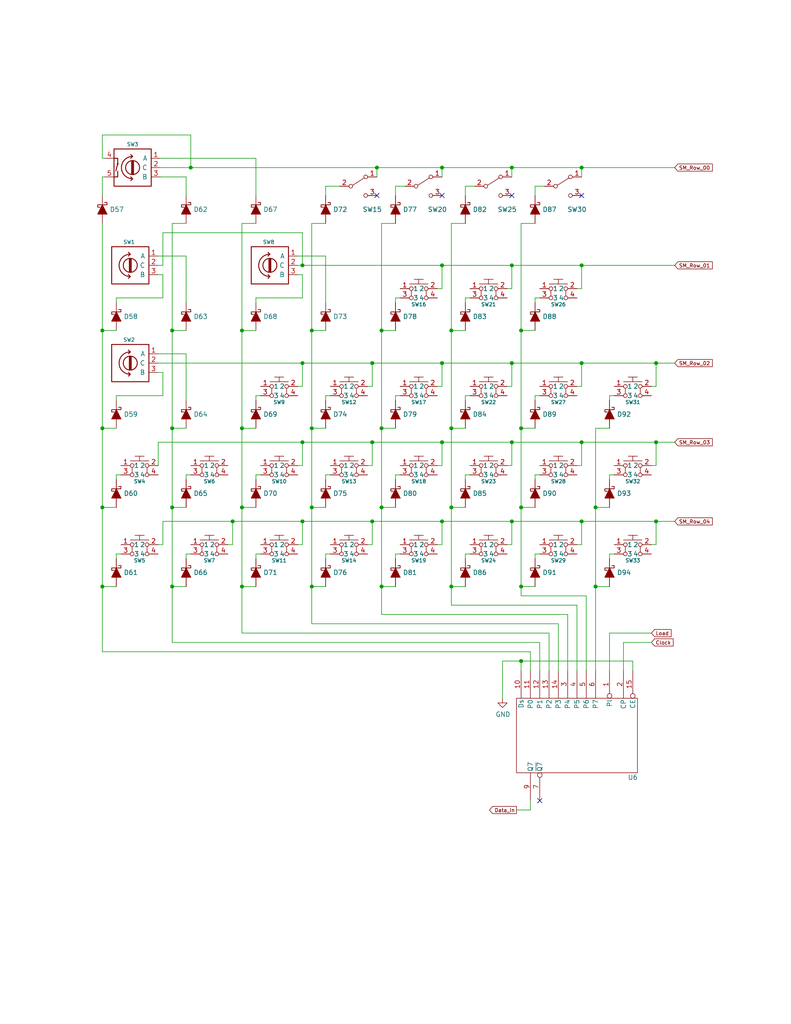
<source format=kicad_sch>
(kicad_sch (version 20211123) (generator eeschema)
  (paper "USLetter" portrait)
  (title_block (title "Drum Machine") (date "2018-06-15") (rev "V00") (company "Prototype Engineering Studio LLC"))
  (lib_symbols
    (symbol "Drum_Machine_V00-rescue:74LS165-74xx" (pin_names (offset 0.254))
      (property "Reference" "U" (at 3.81 -1.27 0))
      (property "Value" "74LS165-74xx" (at 3.81 -6.35 0))
      (symbol "74LS165-74xx_0_0"
        (pin power_in line (at -7.62 16.51 90) (length 0) hide (name "VCC") (number "16"))
        (pin power_in line (at -7.62 -16.51 90) (length 0) hide (name "GND") (number "8"))
      )
      (symbol "74LS165-74xx_0_1"
        (rectangle (start -10.16 16.51) (end 10.16 -16.51))
      )
      (symbol "74LS165-74xx_1_1"
        (pin input inverted (at -17.78 -8.89 0) (length 7.62) (name "Pl") (number "1"))
        (pin input line (at -17.78 15.24 0) (length 7.62) (name "Ds") (number "10"))
        (pin input line (at -17.78 12.7 0) (length 7.62) (name "P0") (number "11"))
        (pin input line (at -17.78 10.16 0) (length 7.62) (name "P1") (number "12"))
        (pin input line (at -17.78 7.62 0) (length 7.62) (name "P2") (number "13"))
        (pin input line (at -17.78 5.08 0) (length 7.62) (name "P3") (number "14"))
        (pin input inverted (at -17.78 -15.24 0) (length 7.62) (name "CE") (number "15"))
        (pin input line (at -17.78 -12.7 0) (length 7.62) (name "CP") (number "2"))
        (pin input line (at -17.78 2.54 0) (length 7.62) (name "P4") (number "3"))
        (pin input line (at -17.78 0 0) (length 7.62) (name "P5") (number "4"))
        (pin input line (at -17.78 -2.54 0) (length 7.62) (name "P6") (number "5"))
        (pin input line (at -17.78 -5.08 0) (length 7.62) (name "P7") (number "6"))
        (pin output inverted (at 17.78 10.16 180) (length 7.62) (name "~{Q7}") (number "7"))
        (pin output line (at 17.78 12.7 180) (length 7.62) (name "Q7") (number "9"))
      )
    )
    (symbol "Drum_Machine_V00-rescue:D_Schottky_ALT-device" (pin_numbers hide) (pin_names (offset 1.016) hide)
      (property "Reference" "D" (at 0 2.54 0))
      (property "Value" "D_Schottky_ALT-device" (at 0 -2.54 0))
      (symbol "D_Schottky_ALT-device_0_1"
        (polyline (pts (xy 1.27 0) (xy -1.27 0)))
        (polyline (pts (xy 1.27 1.27) (xy 1.27 -1.27) (xy -1.27 0) (xy 1.27 1.27)) (stroke (width 0.2032)) (fill (type outline)))
        (polyline (pts (xy -1.905 0.635) (xy -1.905 1.27) (xy -1.27 1.27) (xy -1.27 -1.27) (xy -0.635 -1.27) (xy -0.635 -0.635)) (stroke (width 0.2032)))
      )
      (symbol "D_Schottky_ALT-device_1_1"
        (pin passive line (at -3.81 0 0) (length 2.54) (name "K") (number "1"))
        (pin passive line (at 3.81 0 180) (length 2.54) (name "A") (number "2"))
      )
    )
    (symbol "Drum_Machine_V00-rescue:Rotary_Encoder-Drum_Machine_V01" (pin_names (offset 1.016))
      (property "Reference" "SW" (at 0 6.35 0))
      (property "Value" "Rotary_Encoder-Drum_Machine_V01" (at 0 -7.62 0))
      (symbol "Rotary_Encoder-Drum_Machine_V01_1_1"
        (rectangle (start -5.08 5.08) (end 5.08 -5.08) (stroke (width 0.254)))
        (arc (start 0 -3.048) (mid 3.048 0) (end 0 3.048) (stroke (width 0.254)))
        (polyline (pts (xy -0.254 -1.778) (xy -0.254 1.778)) (stroke (width 0.254)))
        (polyline (pts (xy 0 -3.048) (xy 0.508 -3.556)) (stroke (width 0.254)))
        (polyline (pts (xy 0 -3.048) (xy 0.508 -2.54)) (stroke (width 0.254)))
        (polyline (pts (xy 0 -1.778) (xy 0 1.778)) (stroke (width 0.254)))
        (polyline (pts (xy 0 3.048) (xy 0.508 2.54)) (stroke (width 0.254)))
        (polyline (pts (xy 0.254 1.778) (xy 0.254 -1.778)) (stroke (width 0.254)))
        (polyline (pts (xy 0.508 3.556) (xy 0 3.048)) (stroke (width 0.254)))
        (circle (center 0 0) (radius 1.905) (stroke (width 0.254)))
        (pin input line (at -7.62 2.54 0) (length 2.54) (name "A") (number "1"))
        (pin input line (at -7.62 0 0) (length 2.54) (name "C") (number "2"))
        (pin input line (at -7.62 -2.54 0) (length 2.54) (name "B") (number "3"))
      )
    )
    (symbol "Drum_Machine_V00-rescue:Rotary_Encoder_Switch-Drum_Machine_V01" (pin_names (offset 1.016))
      (property "Reference" "SW" (at 0 7.62 0))
      (property "Value" "Rotary_Encoder_Switch-Drum_Machine_V01" (at 0 -7.62 0))
      (symbol "Rotary_Encoder_Switch-Drum_Machine_V01_1_1"
        (rectangle (start -5.08 5.08) (end 5.08 -5.08) (stroke (width 0.254)))
        (arc (start 0 -3.048) (mid 3.048 0) (end 0 3.048) (stroke (width 0.254)))
        (polyline (pts (xy -0.254 -1.778) (xy -0.254 1.778)) (stroke (width 0.254)))
        (polyline (pts (xy 0 -3.048) (xy 0.508 -3.556)) (stroke (width 0.254)))
        (polyline (pts (xy 0 -3.048) (xy 0.508 -2.54)) (stroke (width 0.254)))
        (polyline (pts (xy 0 -1.778) (xy 0 1.778)) (stroke (width 0.254)))
        (polyline (pts (xy 0 3.048) (xy 0.508 2.54)) (stroke (width 0.254)))
        (polyline (pts (xy 0.254 1.778) (xy 0.254 -1.778)) (stroke (width 0.254)))
        (polyline (pts (xy 0.508 3.556) (xy 0 3.048)) (stroke (width 0.254)))
        (polyline (pts (xy 4.064 1.016) (xy 4.572 -0.889)) (stroke (width 0.254)))
        (polyline (pts (xy 5.08 -2.54) (xy 4.064 -2.54) (xy 4.064 -1.016)) (stroke (width 0.254)))
        (polyline (pts (xy 5.08 2.54) (xy 4.064 2.54) (xy 4.064 1.016)) (stroke (width 0.254)))
        (circle (center 0 0) (radius 1.905) (stroke (width 0.254)))
        (circle (center 4.064 1.016) (radius 0.127) (stroke (width 0.254)))
        (pin input line (at -7.62 2.54 0) (length 2.54) (name "A") (number "1"))
        (pin input line (at -7.62 0 0) (length 2.54) (name "C") (number "2"))
        (pin input line (at -7.62 -2.54 0) (length 2.54) (name "B") (number "3"))
        (pin input line (at 7.62 2.54 180) (length 2.54) (name "~") (number "4"))
        (pin input line (at 7.62 -2.54 180) (length 2.54) (name "~") (number "5"))
      )
    )
    (symbol "Drum_Machine_V00-rescue:SW_SPDT-switches" (pin_names (offset 0) hide)
      (property "Reference" "SW" (at 0 4.318 0))
      (property "Value" "SW_SPDT-switches" (at 0 -5.08 0))
      (symbol "SW_SPDT-switches_0_0"
        (circle (center -2.032 0) (radius 0.508))
        (circle (center 2.032 -2.54) (radius 0.508))
      )
      (symbol "SW_SPDT-switches_0_1"
        (polyline (pts (xy -1.524 0.254) (xy 1.651 2.286)))
        (circle (center 2.032 2.54) (radius 0.508))
      )
      (symbol "SW_SPDT-switches_1_1"
        (pin passive line (at 5.08 2.54 180) (length 2.54) (name "A") (number "1"))
        (pin passive line (at -5.08 0 0) (length 2.54) (name "B") (number "2"))
        (pin passive line (at 5.08 -2.54 180) (length 2.54) (name "C") (number "3"))
      )
    )
    (symbol "Drum_Machine_V00-rescue:S_Tac-Drum_Machine_V01" (pin_names (offset 1.016))
      (property "Reference" "SW" (at 0 5.08 0))
      (property "Value" "S_Tac-Drum_Machine_V01" (at 0 -3.81 0))
      (symbol "S_Tac-Drum_Machine_V01_0_1"
        (polyline (pts (xy -2.032 0.762) (xy -2.032 -0.762)) (stroke (width 0.1524)))
        (polyline (pts (xy -1.27 3.81) (xy 1.27 3.81)) (stroke (width 0.1524)))
        (polyline (pts (xy 0 2.54) (xy 0 3.81)) (stroke (width 0.1524)))
        (polyline (pts (xy 2.032 0.762) (xy 2.032 -0.762)) (stroke (width 0.1524)))
      )
      (symbol "S_Tac-Drum_Machine_V01_1_1"
        (circle (center -2.032 -1.27) (radius 0.508))
        (circle (center -2.032 1.27) (radius 0.508))
        (polyline (pts (xy 2.54 2.54) (xy -2.54 2.54)))
        (circle (center 2.032 -1.27) (radius 0.508))
        (circle (center 2.032 1.27) (radius 0.508))
        (pin passive line (at -5.08 1.27 0) (length 2.54) (name "1") (number "1"))
        (pin passive line (at 5.08 1.27 180) (length 2.54) (name "2") (number "2"))
        (pin passive line (at -5.08 -1.27 0) (length 2.54) (name "3") (number "3"))
        (pin passive line (at 5.08 -1.27 180) (length 2.54) (name "4") (number "4"))
      )
    )
    (symbol "power:GND" (power) (pin_names (offset 0))
      (property "Value" "GND" (at 0 -3.81 0))
      (symbol "GND_0_1"
        (polyline (pts (xy 0 0) (xy 0 -1.27) (xy 1.27 -1.27) (xy 0 -2.54) (xy -1.27 -1.27) (xy 0 -1.27)))
      )
      (symbol "GND_1_1"
        (pin power_in line (at 0 0 270) (length 0) hide (name "GND") (number "1"))
      )
    )
  )
  (junction (at 104.14 160.02))
  (junction (at 66.04 160.02))
  (junction (at 85.09 90.17))
  (junction (at 82.55 99.06))
  (junction (at 179.07 99.06))
  (junction (at 102.87 45.72))
  (junction (at 123.19 138.43))
  (junction (at 158.75 45.72))
  (junction (at 162.56 138.43))
  (junction (at 63.5 142.24))
  (junction (at 27.94 160.02))
  (junction (at 123.19 160.02))
  (junction (at 120.65 45.72))
  (junction (at 123.19 90.17))
  (junction (at 85.09 160.02))
  (junction (at 139.7 45.72))
  (junction (at 158.75 72.39))
  (junction (at 101.6 120.65))
  (junction (at 139.7 72.39))
  (junction (at 120.65 142.24))
  (junction (at 158.75 142.24))
  (junction (at 120.65 99.06))
  (junction (at 139.7 99.06))
  (junction (at 142.24 138.43))
  (junction (at 85.09 116.84))
  (junction (at 46.99 138.43))
  (junction (at 162.56 160.02))
  (junction (at 66.04 138.43))
  (junction (at 27.94 90.17))
  (junction (at 82.55 120.65))
  (junction (at 142.24 160.02))
  (junction (at 179.07 120.65))
  (junction (at 123.19 116.84))
  (junction (at 104.14 116.84))
  (junction (at 46.99 116.84))
  (junction (at 139.7 120.65))
  (junction (at 142.24 90.17))
  (junction (at 46.99 90.17))
  (junction (at 85.09 138.43))
  (junction (at 158.75 120.65))
  (junction (at 179.07 142.24))
  (junction (at 82.55 142.24))
  (junction (at 27.94 116.84))
  (junction (at 46.99 160.02))
  (junction (at 82.55 72.39))
  (junction (at 142.24 180.34))
  (junction (at 27.94 138.43))
  (junction (at 120.65 72.39))
  (junction (at 101.6 142.24))
  (junction (at 120.65 120.65))
  (junction (at 142.24 116.84))
  (junction (at 101.6 99.06))
  (junction (at 66.04 90.17))
  (junction (at 158.75 99.06))
  (junction (at 52.07 45.72))
  (junction (at 104.14 138.43))
  (junction (at 139.7 142.24))
  (junction (at 66.04 116.84))
  (junction (at 104.14 90.17))
  (no_connect (at 139.7 53.34))
  (no_connect (at 158.75 53.34))
  (no_connect (at 120.65 53.34))
  (no_connect (at 102.87 53.34))
  (no_connect (at 147.32 218.44))
  (wire (pts (xy 82.55 142.24) (xy 101.6 142.24)))
  (wire (pts (xy 43.18 148.59) (xy 44.45 148.59)))
  (wire (pts (xy 44.45 81.28) (xy 31.75 81.28)))
  (wire (pts (xy 158.75 45.72) (xy 184.15 45.72)))
  (wire (pts (xy 52.07 45.72) (xy 102.87 45.72)))
  (wire (pts (xy 63.5 148.59) (xy 63.5 142.24)))
  (wire (pts (xy 158.75 78.74) (xy 158.75 72.39)))
  (wire (pts (xy 43.18 120.65) (xy 82.55 120.65)))
  (wire (pts (xy 82.55 72.39) (xy 120.65 72.39)))
  (wire (pts (xy 107.95 160.02) (xy 104.14 160.02)))
  (wire (pts (xy 44.45 63.5) (xy 82.55 63.5)))
  (wire (pts (xy 139.7 105.41) (xy 139.7 99.06)))
  (wire (pts (xy 139.7 45.72) (xy 139.7 48.26)))
  (wire (pts (xy 104.14 116.84) (xy 104.14 138.43)))
  (wire (pts (xy 62.23 148.59) (xy 63.5 148.59)))
  (wire (pts (xy 138.43 148.59) (xy 139.7 148.59)))
  (wire (pts (xy 66.04 60.96) (xy 66.04 90.17)))
  (wire (pts (xy 154.94 167.64) (xy 104.14 167.64)))
  (wire (pts (xy 166.37 160.02) (xy 162.56 160.02)))
  (wire (pts (xy 157.48 105.41) (xy 158.75 105.41)))
  (wire (pts (xy 120.65 105.41) (xy 120.65 99.06)))
  (wire (pts (xy 167.64 107.95) (xy 166.37 107.95)))
  (wire (pts (xy 129.54 50.8) (xy 127 50.8)))
  (wire (pts (xy 147.32 81.28) (xy 146.05 81.28)))
  (wire (pts (xy 31.75 138.43) (xy 27.94 138.43)))
  (wire (pts (xy 138.43 127) (xy 139.7 127)))
  (wire (pts (xy 107.95 107.95) (xy 107.95 109.22)))
  (wire (pts (xy 144.78 177.8) (xy 144.78 182.88)))
  (wire (pts (xy 31.75 90.17) (xy 27.94 90.17)))
  (wire (pts (xy 69.85 43.18) (xy 69.85 53.34)))
  (wire (pts (xy 104.14 160.02) (xy 104.14 167.64)))
  (wire (pts (xy 52.07 45.72) (xy 52.07 36.83)))
  (wire (pts (xy 81.28 69.85) (xy 88.9 69.85)))
  (wire (pts (xy 50.8 60.96) (xy 46.99 60.96)))
  (wire (pts (xy 146.05 129.54) (xy 146.05 130.81)))
  (wire (pts (xy 139.7 120.65) (xy 158.75 120.65)))
  (wire (pts (xy 162.56 138.43) (xy 162.56 160.02)))
  (wire (pts (xy 139.7 45.72) (xy 158.75 45.72)))
  (wire (pts (xy 158.75 45.72) (xy 158.75 48.26)))
  (wire (pts (xy 120.65 99.06) (xy 139.7 99.06)))
  (wire (pts (xy 90.17 107.95) (xy 88.9 107.95)))
  (wire (pts (xy 152.4 170.18) (xy 152.4 182.88)))
  (wire (pts (xy 120.65 127) (xy 120.65 120.65)))
  (wire (pts (xy 71.12 129.54) (xy 69.85 129.54)))
  (wire (pts (xy 107.95 129.54) (xy 107.95 130.81)))
  (wire (pts (xy 101.6 127) (xy 101.6 120.65)))
  (wire (pts (xy 119.38 148.59) (xy 120.65 148.59)))
  (wire (pts (xy 172.72 182.88) (xy 172.72 180.34)))
  (wire (pts (xy 177.8 172.72) (xy 166.37 172.72)))
  (wire (pts (xy 31.75 151.13) (xy 31.75 152.4)))
  (wire (pts (xy 142.24 60.96) (xy 146.05 60.96)))
  (wire (pts (xy 82.55 74.93) (xy 81.28 74.93)))
  (wire (pts (xy 127 138.43) (xy 123.19 138.43)))
  (wire (pts (xy 66.04 160.02) (xy 66.04 172.72)))
  (wire (pts (xy 82.55 81.28) (xy 82.55 74.93)))
  (wire (pts (xy 27.94 43.18) (xy 27.94 36.83)))
  (wire (pts (xy 162.56 116.84) (xy 162.56 138.43)))
  (wire (pts (xy 46.99 116.84) (xy 46.99 138.43)))
  (wire (pts (xy 81.28 72.39) (xy 82.55 72.39)))
  (wire (pts (xy 27.94 138.43) (xy 27.94 160.02)))
  (wire (pts (xy 142.24 90.17) (xy 142.24 116.84)))
  (wire (pts (xy 104.14 138.43) (xy 104.14 160.02)))
  (wire (pts (xy 123.19 138.43) (xy 123.19 160.02)))
  (wire (pts (xy 123.19 60.96) (xy 123.19 90.17)))
  (wire (pts (xy 31.75 81.28) (xy 31.75 82.55)))
  (wire (pts (xy 158.75 142.24) (xy 179.07 142.24)))
  (wire (pts (xy 82.55 105.41) (xy 82.55 99.06)))
  (wire (pts (xy 69.85 138.43) (xy 66.04 138.43)))
  (wire (pts (xy 138.43 78.74) (xy 139.7 78.74)))
  (wire (pts (xy 69.85 82.55) (xy 69.85 81.28)))
  (wire (pts (xy 27.94 48.26) (xy 28.575 48.26)))
  (wire (pts (xy 88.9 160.02) (xy 85.09 160.02)))
  (wire (pts (xy 100.33 127) (xy 101.6 127)))
  (wire (pts (xy 27.94 53.34) (xy 27.94 48.26)))
  (wire (pts (xy 158.75 120.65) (xy 179.07 120.65)))
  (wire (pts (xy 43.815 48.26) (xy 50.8 48.26)))
  (wire (pts (xy 158.75 127) (xy 158.75 120.65)))
  (wire (pts (xy 137.16 180.34) (xy 137.16 190.5)))
  (wire (pts (xy 69.85 129.54) (xy 69.85 130.81)))
  (wire (pts (xy 101.6 142.24) (xy 120.65 142.24)))
  (wire (pts (xy 157.48 165.1) (xy 123.19 165.1)))
  (wire (pts (xy 43.815 45.72) (xy 52.07 45.72)))
  (wire (pts (xy 46.99 90.17) (xy 46.99 116.84)))
  (wire (pts (xy 88.9 69.85) (xy 88.9 82.55)))
  (wire (pts (xy 71.12 151.13) (xy 69.85 151.13)))
  (wire (pts (xy 101.6 105.41) (xy 101.6 99.06)))
  (wire (pts (xy 127 81.28) (xy 127 82.55)))
  (wire (pts (xy 179.07 105.41) (xy 179.07 99.06)))
  (wire (pts (xy 107.95 116.84) (xy 104.14 116.84)))
  (wire (pts (xy 142.24 162.56) (xy 160.02 162.56)))
  (wire (pts (xy 179.07 120.65) (xy 184.15 120.65)))
  (wire (pts (xy 147.32 175.26) (xy 147.32 182.88)))
  (wire (pts (xy 27.94 60.96) (xy 27.94 90.17)))
  (wire (pts (xy 33.02 129.54) (xy 31.75 129.54)))
  (wire (pts (xy 50.8 160.02) (xy 46.99 160.02)))
  (wire (pts (xy 71.12 107.95) (xy 69.85 107.95)))
  (wire (pts (xy 119.38 105.41) (xy 120.65 105.41)))
  (wire (pts (xy 43.18 69.85) (xy 50.8 69.85)))
  (wire (pts (xy 82.55 120.65) (xy 101.6 120.65)))
  (wire (pts (xy 123.19 160.02) (xy 123.19 165.1)))
  (wire (pts (xy 177.8 127) (xy 179.07 127)))
  (wire (pts (xy 146.05 81.28) (xy 146.05 82.55)))
  (wire (pts (xy 31.75 116.84) (xy 27.94 116.84)))
  (wire (pts (xy 85.09 90.17) (xy 85.09 116.84)))
  (wire (pts (xy 139.7 127) (xy 139.7 120.65)))
  (wire (pts (xy 90.17 129.54) (xy 88.9 129.54)))
  (wire (pts (xy 100.33 148.59) (xy 101.6 148.59)))
  (wire (pts (xy 142.24 160.02) (xy 142.24 162.56)))
  (wire (pts (xy 179.07 127) (xy 179.07 120.65)))
  (wire (pts (xy 82.55 127) (xy 82.55 120.65)))
  (wire (pts (xy 158.75 99.06) (xy 179.07 99.06)))
  (wire (pts (xy 110.49 50.8) (xy 107.95 50.8)))
  (wire (pts (xy 139.7 72.39) (xy 158.75 72.39)))
  (wire (pts (xy 127 151.13) (xy 127 152.4)))
  (wire (pts (xy 166.37 107.95) (xy 166.37 109.22)))
  (wire (pts (xy 146.05 151.13) (xy 146.05 152.4)))
  (wire (pts (xy 27.94 116.84) (xy 27.94 138.43)))
  (wire (pts (xy 66.04 138.43) (xy 66.04 160.02)))
  (wire (pts (xy 63.5 142.24) (xy 82.55 142.24)))
  (wire (pts (xy 31.75 129.54) (xy 31.75 130.81)))
  (wire (pts (xy 127 107.95) (xy 127 109.22)))
  (wire (pts (xy 50.8 129.54) (xy 50.8 130.81)))
  (wire (pts (xy 27.94 90.17) (xy 27.94 116.84)))
  (wire (pts (xy 69.85 160.02) (xy 66.04 160.02)))
  (wire (pts (xy 44.45 101.6) (xy 43.18 101.6)))
  (wire (pts (xy 43.18 74.93) (xy 44.45 74.93)))
  (wire (pts (xy 50.8 96.52) (xy 50.8 109.22)))
  (wire (pts (xy 109.22 107.95) (xy 107.95 107.95)))
  (wire (pts (xy 109.22 151.13) (xy 107.95 151.13)))
  (wire (pts (xy 146.05 90.17) (xy 142.24 90.17)))
  (wire (pts (xy 139.7 99.06) (xy 158.75 99.06)))
  (wire (pts (xy 107.95 138.43) (xy 104.14 138.43)))
  (wire (pts (xy 104.14 60.96) (xy 104.14 90.17)))
  (wire (pts (xy 46.99 60.96) (xy 46.99 90.17)))
  (wire (pts (xy 81.28 148.59) (xy 82.55 148.59)))
  (wire (pts (xy 179.07 99.06) (xy 184.15 99.06)))
  (wire (pts (xy 31.75 109.22) (xy 31.75 107.95)))
  (wire (pts (xy 82.55 99.06) (xy 101.6 99.06)))
  (wire (pts (xy 88.9 107.95) (xy 88.9 109.22)))
  (wire (pts (xy 158.75 105.41) (xy 158.75 99.06)))
  (wire (pts (xy 44.45 148.59) (xy 44.45 142.24)))
  (wire (pts (xy 147.32 107.95) (xy 146.05 107.95)))
  (wire (pts (xy 120.65 45.72) (xy 120.65 48.26)))
  (wire (pts (xy 31.75 107.95) (xy 44.45 107.95)))
  (wire (pts (xy 85.09 138.43) (xy 85.09 160.02)))
  (wire (pts (xy 162.56 160.02) (xy 162.56 182.88)))
  (wire (pts (xy 81.28 105.41) (xy 82.55 105.41)))
  (wire (pts (xy 146.05 116.84) (xy 142.24 116.84)))
  (wire (pts (xy 50.8 151.13) (xy 50.8 152.4)))
  (wire (pts (xy 88.9 50.8) (xy 88.9 53.34)))
  (wire (pts (xy 166.37 138.43) (xy 162.56 138.43)))
  (wire (pts (xy 104.14 60.96) (xy 107.95 60.96)))
  (wire (pts (xy 107.95 151.13) (xy 107.95 152.4)))
  (wire (pts (xy 139.7 148.59) (xy 139.7 142.24)))
  (wire (pts (xy 179.07 148.59) (xy 179.07 142.24)))
  (wire (pts (xy 167.64 129.54) (xy 166.37 129.54)))
  (wire (pts (xy 69.85 90.17) (xy 66.04 90.17)))
  (wire (pts (xy 144.78 220.98) (xy 140.97 220.98)))
  (wire (pts (xy 44.45 74.93) (xy 44.45 81.28)))
  (wire (pts (xy 107.95 81.28) (xy 107.95 82.55)))
  (wire (pts (xy 177.8 148.59) (xy 179.07 148.59)))
  (wire (pts (xy 88.9 138.43) (xy 85.09 138.43)))
  (wire (pts (xy 128.27 129.54) (xy 127 129.54)))
  (wire (pts (xy 85.09 60.96) (xy 85.09 90.17)))
  (wire (pts (xy 120.65 120.65) (xy 139.7 120.65)))
  (wire (pts (xy 107.95 90.17) (xy 104.14 90.17)))
  (wire (pts (xy 142.24 116.84) (xy 142.24 138.43)))
  (wire (pts (xy 50.8 90.17) (xy 46.99 90.17)))
  (wire (pts (xy 142.24 138.43) (xy 142.24 160.02)))
  (wire (pts (xy 92.71 50.8) (xy 88.9 50.8)))
  (wire (pts (xy 101.6 148.59) (xy 101.6 142.24)))
  (wire (pts (xy 28.575 43.18) (xy 27.94 43.18)))
  (wire (pts (xy 43.18 127) (xy 43.18 120.65)))
  (wire (pts (xy 139.7 78.74) (xy 139.7 72.39)))
  (wire (pts (xy 166.37 172.72) (xy 166.37 182.88)))
  (wire (pts (xy 127 90.17) (xy 123.19 90.17)))
  (wire (pts (xy 179.07 142.24) (xy 184.15 142.24)))
  (wire (pts (xy 102.87 45.72) (xy 120.65 45.72)))
  (wire (pts (xy 109.22 129.54) (xy 107.95 129.54)))
  (wire (pts (xy 88.9 129.54) (xy 88.9 130.81)))
  (wire (pts (xy 146.05 50.8) (xy 146.05 53.34)))
  (wire (pts (xy 148.59 50.8) (xy 146.05 50.8)))
  (wire (pts (xy 69.85 81.28) (xy 82.55 81.28)))
  (wire (pts (xy 170.18 175.26) (xy 170.18 182.88)))
  (wire (pts (xy 120.65 148.59) (xy 120.65 142.24)))
  (wire (pts (xy 166.37 151.13) (xy 166.37 152.4)))
  (wire (pts (xy 119.38 127) (xy 120.65 127)))
  (wire (pts (xy 139.7 142.24) (xy 158.75 142.24)))
  (wire (pts (xy 69.85 60.96) (xy 66.04 60.96)))
  (wire (pts (xy 127 160.02) (xy 123.19 160.02)))
  (wire (pts (xy 149.86 172.72) (xy 149.86 182.88)))
  (wire (pts (xy 144.78 218.44) (xy 144.78 220.98)))
  (wire (pts (xy 147.32 151.13) (xy 146.05 151.13)))
  (wire (pts (xy 50.8 69.85) (xy 50.8 82.55)))
  (wire (pts (xy 90.17 151.13) (xy 88.9 151.13)))
  (wire (pts (xy 154.94 182.88) (xy 154.94 167.64)))
  (wire (pts (xy 82.55 148.59) (xy 82.55 142.24)))
  (wire (pts (xy 82.55 99.06) (xy 43.18 99.06)))
  (wire (pts (xy 85.09 116.84) (xy 85.09 138.43)))
  (wire (pts (xy 27.94 177.8) (xy 144.78 177.8)))
  (wire (pts (xy 172.72 180.34) (xy 142.24 180.34)))
  (wire (pts (xy 128.27 107.95) (xy 127 107.95)))
  (wire (pts (xy 146.05 160.02) (xy 142.24 160.02)))
  (wire (pts (xy 166.37 116.84) (xy 162.56 116.84)))
  (wire (pts (xy 123.19 116.84) (xy 123.19 138.43)))
  (wire (pts (xy 66.04 116.84) (xy 66.04 138.43)))
  (wire (pts (xy 127 129.54) (xy 127 130.81)))
  (wire (pts (xy 157.48 182.88) (xy 157.48 165.1)))
  (wire (pts (xy 44.45 107.95) (xy 44.45 101.6)))
  (wire (pts (xy 43.815 43.18) (xy 69.85 43.18)))
  (wire (pts (xy 101.6 120.65) (xy 120.65 120.65)))
  (wire (pts (xy 46.99 175.26) (xy 147.32 175.26)))
  (wire (pts (xy 66.04 90.17) (xy 66.04 116.84)))
  (wire (pts (xy 119.38 78.74) (xy 120.65 78.74)))
  (wire (pts (xy 101.6 99.06) (xy 120.65 99.06)))
  (wire (pts (xy 127 116.84) (xy 123.19 116.84)))
  (wire (pts (xy 85.09 160.02) (xy 85.09 170.18)))
  (wire (pts (xy 146.05 107.95) (xy 146.05 109.22)))
  (wire (pts (xy 43.18 72.39) (xy 44.45 72.39)))
  (wire (pts (xy 157.48 148.59) (xy 158.75 148.59)))
  (wire (pts (xy 157.48 127) (xy 158.75 127)))
  (wire (pts (xy 138.43 105.41) (xy 139.7 105.41)))
  (wire (pts (xy 85.09 170.18) (xy 152.4 170.18)))
  (wire (pts (xy 100.33 105.41) (xy 101.6 105.41)))
  (wire (pts (xy 158.75 72.39) (xy 184.15 72.39)))
  (wire (pts (xy 166.37 129.54) (xy 166.37 130.81)))
  (wire (pts (xy 46.99 138.43) (xy 46.99 160.02)))
  (wire (pts (xy 160.02 162.56) (xy 160.02 182.88)))
  (wire (pts (xy 85.09 60.96) (xy 88.9 60.96)))
  (wire (pts (xy 120.65 45.72) (xy 139.7 45.72)))
  (wire (pts (xy 157.48 78.74) (xy 158.75 78.74)))
  (wire (pts (xy 66.04 172.72) (xy 149.86 172.72)))
  (wire (pts (xy 88.9 116.84) (xy 85.09 116.84)))
  (wire (pts (xy 50.8 138.43) (xy 46.99 138.43)))
  (wire (pts (xy 43.18 96.52) (xy 50.8 96.52)))
  (wire (pts (xy 52.07 129.54) (xy 50.8 129.54)))
  (wire (pts (xy 120.65 72.39) (xy 139.7 72.39)))
  (wire (pts (xy 177.8 105.41) (xy 179.07 105.41)))
  (wire (pts (xy 82.55 63.5) (xy 82.55 72.39)))
  (wire (pts (xy 50.8 116.84) (xy 46.99 116.84)))
  (wire (pts (xy 88.9 151.13) (xy 88.9 152.4)))
  (wire (pts (xy 120.65 78.74) (xy 120.65 72.39)))
  (wire (pts (xy 147.32 129.54) (xy 146.05 129.54)))
  (wire (pts (xy 33.02 151.13) (xy 31.75 151.13)))
  (wire (pts (xy 69.85 151.13) (xy 69.85 152.4)))
  (wire (pts (xy 69.85 107.95) (xy 69.85 109.22)))
  (wire (pts (xy 52.07 151.13) (xy 50.8 151.13)))
  (wire (pts (xy 128.27 81.28) (xy 127 81.28)))
  (wire (pts (xy 123.19 90.17) (xy 123.19 116.84)))
  (wire (pts (xy 170.18 175.26) (xy 177.8 175.26)))
  (wire (pts (xy 107.95 50.8) (xy 107.95 53.34)))
  (wire (pts (xy 128.27 151.13) (xy 127 151.13)))
  (wire (pts (xy 69.85 116.84) (xy 66.04 116.84)))
  (wire (pts (xy 142.24 180.34) (xy 137.16 180.34)))
  (wire (pts (xy 158.75 148.59) (xy 158.75 142.24)))
  (wire (pts (xy 50.8 48.26) (xy 50.8 53.34)))
  (wire (pts (xy 142.24 60.96) (xy 142.24 90.17)))
  (wire (pts (xy 44.45 142.24) (xy 63.5 142.24)))
  (wire (pts (xy 102.87 45.72) (xy 102.87 48.26)))
  (wire (pts (xy 104.14 90.17) (xy 104.14 116.84)))
  (wire (pts (xy 120.65 142.24) (xy 139.7 142.24)))
  (wire (pts (xy 27.94 160.02) (xy 27.94 177.8)))
  (wire (pts (xy 123.19 60.96) (xy 127 60.96)))
  (wire (pts (xy 27.94 36.83) (xy 52.07 36.83)))
  (wire (pts (xy 167.64 151.13) (xy 166.37 151.13)))
  (wire (pts (xy 81.28 127) (xy 82.55 127)))
  (wire (pts (xy 127 50.8) (xy 127 53.34)))
  (wire (pts (xy 88.9 90.17) (xy 85.09 90.17)))
  (wire (pts (xy 44.45 72.39) (xy 44.45 63.5)))
  (wire (pts (xy 31.75 160.02) (xy 27.94 160.02)))
  (wire (pts (xy 46.99 160.02) (xy 46.99 175.26)))
  (wire (pts (xy 109.22 81.28) (xy 107.95 81.28)))
  (wire (pts (xy 142.24 182.88) (xy 142.24 180.34)))
  (wire (pts (xy 146.05 138.43) (xy 142.24 138.43)))
  (global_label "Load" (shape input) (at 177.8 172.72 0) (effects (font (size 0.9906 0.9906))) (property "Intersheet References" "${INTERSHEET_REFS}" (effects hide)))
  (global_label "SM_Row_00" (shape input) (at 184.15 45.72 0) (effects (font (size 0.9906 0.9906))) (property "Intersheet References" "${INTERSHEET_REFS}" (effects hide)))
  (global_label "Clock" (shape input) (at 177.8 175.26 0) (effects (font (size 0.9906 0.9906))) (property "Intersheet References" "${INTERSHEET_REFS}" (effects hide)))
  (global_label "SM_Row_02" (shape input) (at 184.15 99.06 0) (effects (font (size 0.9906 0.9906))) (property "Intersheet References" "${INTERSHEET_REFS}" (effects hide)))
  (global_label "SM_Row_03" (shape input) (at 184.15 120.65 0) (effects (font (size 0.9906 0.9906))) (property "Intersheet References" "${INTERSHEET_REFS}" (effects hide)))
  (global_label "Data_In" (shape output) (at 140.97 220.98 180) (effects (font (size 0.9906 0.9906))) (property "Intersheet References" "${INTERSHEET_REFS}" (effects hide)))
  (global_label "SM_Row_01" (shape input) (at 184.15 72.39 0) (effects (font (size 0.9906 0.9906))) (property "Intersheet References" "${INTERSHEET_REFS}" (effects hide)))
  (global_label "SM_Row_04" (shape input) (at 184.15 142.24 0) (effects (font (size 0.9906 0.9906))) (property "Intersheet References" "${INTERSHEET_REFS}" (effects hide)))
  (symbol (lib_id "Drum_Machine_V00-rescue:74LS165-74xx") (at 157.48 200.66 90) (mirror x) (unit 1)
    (property "Reference" "U6" (at 172.72 212.09 90))
  )
  (symbol (lib_id "Drum_Machine_V00-rescue:S_Tac-Drum_Machine_V01") (at 38.1 149.86 0) (unit 1)
    (property "Reference" "SW5" (at 38.1 152.908 0) (effects (font (size 0.9906 0.9906))))
  )
  (symbol (lib_id "Drum_Machine_V00-rescue:D_Schottky_ALT-device") (at 31.75 156.21 270) (unit 1)
    (property "Reference" "D61" (at 33.7566 156.21 90) (effects (justify left)))
  )
  (symbol (lib_id "Drum_Machine_V00-rescue:Rotary_Encoder-Drum_Machine_V01") (at 73.66 72.39 0) (mirror y) (unit 1)
    (property "Reference" "SW8" (at 74.93 66.04 0) (effects (font (size 0.9906 0.9906)) (justify left)))
  )
  (symbol (lib_id "Drum_Machine_V00-rescue:Rotary_Encoder_Switch-Drum_Machine_V01") (at 36.195 45.72 0) (mirror y) (unit 1)
    (property "Reference" "SW3" (at 36.195 39.37 0) (effects (font (size 0.9906 0.9906))))
  )
  (symbol (lib_id "Drum_Machine_V00-rescue:Rotary_Encoder-Drum_Machine_V01") (at 35.56 99.06 0) (mirror y) (unit 1)
    (property "Reference" "SW2" (at 36.83 92.71 0) (effects (font (size 0.9906 0.9906)) (justify left)))
  )
  (symbol (lib_id "Drum_Machine_V00-rescue:Rotary_Encoder-Drum_Machine_V01") (at 35.56 72.39 0) (mirror y) (unit 1)
    (property "Reference" "SW1" (at 36.83 66.04 0) (effects (font (size 0.9906 0.9906)) (justify left)))
  )
  (symbol (lib_id "Drum_Machine_V00-rescue:S_Tac-Drum_Machine_V01") (at 57.15 149.86 0) (unit 1)
    (property "Reference" "SW7" (at 57.15 152.908 0) (effects (font (size 0.9906 0.9906))))
  )
  (symbol (lib_id "Drum_Machine_V00-rescue:D_Schottky_ALT-device") (at 50.8 156.21 270) (unit 1)
    (property "Reference" "D66" (at 52.8066 156.21 90) (effects (justify left)))
  )
  (symbol (lib_id "Drum_Machine_V00-rescue:S_Tac-Drum_Machine_V01") (at 76.2 149.86 0) (unit 1)
    (property "Reference" "SW11" (at 76.2 152.908 0) (effects (font (size 0.9906 0.9906))))
  )
  (symbol (lib_id "Drum_Machine_V00-rescue:D_Schottky_ALT-device") (at 69.85 156.21 270) (unit 1)
    (property "Reference" "D71" (at 71.8566 156.21 90) (effects (justify left)))
  )
  (symbol (lib_id "Drum_Machine_V00-rescue:S_Tac-Drum_Machine_V01") (at 95.25 149.86 0) (unit 1)
    (property "Reference" "SW14" (at 95.25 152.908 0) (effects (font (size 0.9906 0.9906))))
  )
  (symbol (lib_id "Drum_Machine_V00-rescue:D_Schottky_ALT-device") (at 88.9 156.21 270) (unit 1)
    (property "Reference" "D76" (at 90.9066 156.21 90) (effects (justify left)))
  )
  (symbol (lib_id "Drum_Machine_V00-rescue:S_Tac-Drum_Machine_V01") (at 114.3 149.86 0) (unit 1)
    (property "Reference" "SW19" (at 114.3 152.908 0) (effects (font (size 0.9906 0.9906))))
  )
  (symbol (lib_id "Drum_Machine_V00-rescue:D_Schottky_ALT-device") (at 107.95 156.21 270) (unit 1)
    (property "Reference" "D81" (at 109.9566 156.21 90) (effects (justify left)))
  )
  (symbol (lib_id "Drum_Machine_V00-rescue:S_Tac-Drum_Machine_V01") (at 133.35 149.86 0) (unit 1)
    (property "Reference" "SW24" (at 133.35 152.908 0) (effects (font (size 0.9906 0.9906))))
  )
  (symbol (lib_id "Drum_Machine_V00-rescue:D_Schottky_ALT-device") (at 127 156.21 270) (unit 1)
    (property "Reference" "D86" (at 129.0066 156.21 90) (effects (justify left)))
  )
  (symbol (lib_id "Drum_Machine_V00-rescue:S_Tac-Drum_Machine_V01") (at 152.4 149.86 0) (unit 1)
    (property "Reference" "SW29" (at 152.4 152.908 0) (effects (font (size 0.9906 0.9906))))
  )
  (symbol (lib_id "Drum_Machine_V00-rescue:D_Schottky_ALT-device") (at 146.05 156.21 270) (unit 1)
    (property "Reference" "D91" (at 148.0566 156.21 90) (effects (justify left)))
  )
  (symbol (lib_id "Drum_Machine_V00-rescue:S_Tac-Drum_Machine_V01") (at 172.72 149.86 0) (unit 1)
    (property "Reference" "SW33" (at 172.72 152.908 0) (effects (font (size 0.9906 0.9906))))
  )
  (symbol (lib_id "Drum_Machine_V00-rescue:D_Schottky_ALT-device") (at 166.37 156.21 270) (unit 1)
    (property "Reference" "D94" (at 168.3766 156.21 90) (effects (justify left)))
  )
  (symbol (lib_id "Drum_Machine_V00-rescue:S_Tac-Drum_Machine_V01") (at 38.1 128.27 0) (unit 1)
    (property "Reference" "SW4" (at 38.1 131.318 0) (effects (font (size 0.9906 0.9906))))
  )
  (symbol (lib_id "Drum_Machine_V00-rescue:D_Schottky_ALT-device") (at 31.75 134.62 270) (unit 1)
    (property "Reference" "D60" (at 33.7566 134.62 90) (effects (justify left)))
  )
  (symbol (lib_id "Drum_Machine_V00-rescue:S_Tac-Drum_Machine_V01") (at 57.15 128.27 0) (unit 1)
    (property "Reference" "SW6" (at 57.15 131.318 0) (effects (font (size 0.9906 0.9906))))
  )
  (symbol (lib_id "Drum_Machine_V00-rescue:D_Schottky_ALT-device") (at 50.8 134.62 270) (unit 1)
    (property "Reference" "D65" (at 52.8066 134.62 90) (effects (justify left)))
  )
  (symbol (lib_id "Drum_Machine_V00-rescue:S_Tac-Drum_Machine_V01") (at 76.2 128.27 0) (unit 1)
    (property "Reference" "SW10" (at 76.2 131.318 0) (effects (font (size 0.9906 0.9906))))
  )
  (symbol (lib_id "Drum_Machine_V00-rescue:D_Schottky_ALT-device") (at 69.85 134.62 270) (unit 1)
    (property "Reference" "D70" (at 71.8566 134.62 90) (effects (justify left)))
  )
  (symbol (lib_id "Drum_Machine_V00-rescue:S_Tac-Drum_Machine_V01") (at 95.25 128.27 0) (unit 1)
    (property "Reference" "SW13" (at 95.25 131.318 0) (effects (font (size 0.9906 0.9906))))
  )
  (symbol (lib_id "Drum_Machine_V00-rescue:D_Schottky_ALT-device") (at 88.9 134.62 270) (unit 1)
    (property "Reference" "D75" (at 90.9066 134.62 90) (effects (justify left)))
  )
  (symbol (lib_id "Drum_Machine_V00-rescue:S_Tac-Drum_Machine_V01") (at 114.3 128.27 0) (unit 1)
    (property "Reference" "SW18" (at 114.3 131.318 0) (effects (font (size 0.9906 0.9906))))
  )
  (symbol (lib_id "Drum_Machine_V00-rescue:D_Schottky_ALT-device") (at 107.95 134.62 270) (unit 1)
    (property "Reference" "D80" (at 109.9566 134.62 90) (effects (justify left)))
  )
  (symbol (lib_id "Drum_Machine_V00-rescue:S_Tac-Drum_Machine_V01") (at 133.35 128.27 0) (unit 1)
    (property "Reference" "SW23" (at 133.35 131.318 0) (effects (font (size 0.9906 0.9906))))
  )
  (symbol (lib_id "Drum_Machine_V00-rescue:D_Schottky_ALT-device") (at 127 134.62 270) (unit 1)
    (property "Reference" "D85" (at 129.0066 134.62 90) (effects (justify left)))
  )
  (symbol (lib_id "Drum_Machine_V00-rescue:S_Tac-Drum_Machine_V01") (at 152.4 128.27 0) (unit 1)
    (property "Reference" "SW28" (at 152.4 131.318 0) (effects (font (size 0.9906 0.9906))))
  )
  (symbol (lib_id "Drum_Machine_V00-rescue:D_Schottky_ALT-device") (at 146.05 134.62 270) (unit 1)
    (property "Reference" "D90" (at 148.0566 134.62 90) (effects (justify left)))
  )
  (symbol (lib_id "Drum_Machine_V00-rescue:S_Tac-Drum_Machine_V01") (at 172.72 128.27 0) (unit 1)
    (property "Reference" "SW32" (at 172.72 131.318 0) (effects (font (size 0.9906 0.9906))))
  )
  (symbol (lib_id "Drum_Machine_V00-rescue:D_Schottky_ALT-device") (at 166.37 134.62 270) (unit 1)
    (property "Reference" "D93" (at 168.3766 134.62 90) (effects (justify left)))
  )
  (symbol (lib_id "Drum_Machine_V00-rescue:S_Tac-Drum_Machine_V01") (at 76.2 106.68 0) (unit 1)
    (property "Reference" "SW9" (at 76.2 109.728 0) (effects (font (size 0.9906 0.9906))))
  )
  (symbol (lib_id "Drum_Machine_V00-rescue:D_Schottky_ALT-device") (at 69.85 113.03 270) (unit 1)
    (property "Reference" "D69" (at 71.8566 113.03 90) (effects (justify left)))
  )
  (symbol (lib_id "Drum_Machine_V00-rescue:S_Tac-Drum_Machine_V01") (at 95.25 106.68 0) (unit 1)
    (property "Reference" "SW12" (at 95.25 109.728 0) (effects (font (size 0.9906 0.9906))))
  )
  (symbol (lib_id "Drum_Machine_V00-rescue:D_Schottky_ALT-device") (at 88.9 113.03 270) (unit 1)
    (property "Reference" "D74" (at 90.9066 113.03 90) (effects (justify left)))
  )
  (symbol (lib_id "Drum_Machine_V00-rescue:S_Tac-Drum_Machine_V01") (at 114.3 106.68 0) (unit 1)
    (property "Reference" "SW17" (at 114.3 109.728 0) (effects (font (size 0.9906 0.9906))))
  )
  (symbol (lib_id "Drum_Machine_V00-rescue:D_Schottky_ALT-device") (at 107.95 113.03 270) (unit 1)
    (property "Reference" "D79" (at 109.9566 113.03 90) (effects (justify left)))
  )
  (symbol (lib_id "Drum_Machine_V00-rescue:S_Tac-Drum_Machine_V01") (at 133.35 106.68 0) (unit 1)
    (property "Reference" "SW22" (at 133.35 109.728 0) (effects (font (size 0.9906 0.9906))))
  )
  (symbol (lib_id "Drum_Machine_V00-rescue:D_Schottky_ALT-device") (at 127 113.03 270) (unit 1)
    (property "Reference" "D84" (at 129.0066 113.03 90) (effects (justify left)))
  )
  (symbol (lib_id "Drum_Machine_V00-rescue:S_Tac-Drum_Machine_V01") (at 152.4 106.68 0) (unit 1)
    (property "Reference" "SW27" (at 152.4 109.728 0) (effects (font (size 0.9906 0.9906))))
  )
  (symbol (lib_id "Drum_Machine_V00-rescue:D_Schottky_ALT-device") (at 146.05 113.03 270) (unit 1)
    (property "Reference" "D89" (at 148.0566 113.03 90) (effects (justify left)))
  )
  (symbol (lib_id "Drum_Machine_V00-rescue:S_Tac-Drum_Machine_V01") (at 172.72 106.68 0) (unit 1)
    (property "Reference" "SW31" (at 172.72 109.728 0) (effects (font (size 0.9906 0.9906))))
  )
  (symbol (lib_id "Drum_Machine_V00-rescue:D_Schottky_ALT-device") (at 166.37 113.03 270) (unit 1)
    (property "Reference" "D92" (at 168.3766 113.03 90) (effects (justify left)))
  )
  (symbol (lib_id "Drum_Machine_V00-rescue:S_Tac-Drum_Machine_V01") (at 114.3 80.01 0) (unit 1)
    (property "Reference" "SW16" (at 114.3 83.058 0) (effects (font (size 0.9906 0.9906))))
  )
  (symbol (lib_id "Drum_Machine_V00-rescue:D_Schottky_ALT-device") (at 107.95 86.36 270) (unit 1)
    (property "Reference" "D78" (at 109.9566 86.36 90) (effects (justify left)))
  )
  (symbol (lib_id "Drum_Machine_V00-rescue:S_Tac-Drum_Machine_V01") (at 133.35 80.01 0) (unit 1)
    (property "Reference" "SW21" (at 133.35 83.058 0) (effects (font (size 0.9906 0.9906))))
  )
  (symbol (lib_id "Drum_Machine_V00-rescue:D_Schottky_ALT-device") (at 127 86.36 270) (unit 1)
    (property "Reference" "D83" (at 129.0066 86.36 90) (effects (justify left)))
  )
  (symbol (lib_id "Drum_Machine_V00-rescue:S_Tac-Drum_Machine_V01") (at 152.4 80.01 0) (unit 1)
    (property "Reference" "SW26" (at 152.4 83.058 0) (effects (font (size 0.9906 0.9906))))
  )
  (symbol (lib_id "Drum_Machine_V00-rescue:D_Schottky_ALT-device") (at 146.05 86.36 270) (unit 1)
    (property "Reference" "D88" (at 148.0566 86.36 90) (effects (justify left)))
  )
  (symbol (lib_id "Drum_Machine_V00-rescue:D_Schottky_ALT-device") (at 107.95 57.15 270) (unit 1)
    (property "Reference" "D77" (at 109.9566 57.15 90) (effects (justify left)))
  )
  (symbol (lib_id "Drum_Machine_V00-rescue:D_Schottky_ALT-device") (at 127 57.15 270) (unit 1)
    (property "Reference" "D82" (at 129.0066 57.15 90) (effects (justify left)))
  )
  (symbol (lib_id "Drum_Machine_V00-rescue:D_Schottky_ALT-device") (at 146.05 57.15 270) (unit 1)
    (property "Reference" "D87" (at 148.0566 57.15 90) (effects (justify left)))
  )
  (symbol (lib_id "Drum_Machine_V00-rescue:D_Schottky_ALT-device") (at 31.75 113.03 270) (unit 1)
    (property "Reference" "D59" (at 33.7566 113.03 90) (effects (justify left)))
  )
  (symbol (lib_id "Drum_Machine_V00-rescue:D_Schottky_ALT-device") (at 50.8 113.03 270) (unit 1)
    (property "Reference" "D64" (at 52.8066 113.03 90) (effects (justify left)))
  )
  (symbol (lib_id "Drum_Machine_V00-rescue:D_Schottky_ALT-device") (at 69.85 86.36 270) (unit 1)
    (property "Reference" "D68" (at 71.8566 86.36 90) (effects (justify left)))
  )
  (symbol (lib_id "Drum_Machine_V00-rescue:D_Schottky_ALT-device") (at 88.9 86.36 270) (unit 1)
    (property "Reference" "D73" (at 90.9066 86.36 90) (effects (justify left)))
  )
  (symbol (lib_id "Drum_Machine_V00-rescue:D_Schottky_ALT-device") (at 31.75 86.36 270) (unit 1)
    (property "Reference" "D58" (at 33.7566 86.36 90) (effects (justify left)))
  )
  (symbol (lib_id "Drum_Machine_V00-rescue:D_Schottky_ALT-device") (at 50.8 86.36 270) (unit 1)
    (property "Reference" "D63" (at 52.8066 86.36 90) (effects (justify left)))
  )
  (symbol (lib_id "Drum_Machine_V00-rescue:D_Schottky_ALT-device") (at 69.85 57.15 270) (unit 1)
    (property "Reference" "D67" (at 71.8566 57.15 90) (effects (justify left)))
  )
  (symbol (lib_id "Drum_Machine_V00-rescue:D_Schottky_ALT-device") (at 88.9 57.15 270) (unit 1)
    (property "Reference" "D72" (at 90.9066 57.15 90) (effects (justify left)))
  )
  (symbol (lib_id "Drum_Machine_V00-rescue:D_Schottky_ALT-device") (at 27.94 57.15 270) (unit 1)
    (property "Reference" "D57" (at 29.9466 57.15 90) (effects (justify left)))
  )
  (symbol (lib_id "Drum_Machine_V00-rescue:D_Schottky_ALT-device") (at 50.8 57.15 270) (unit 1)
    (property "Reference" "D62" (at 52.8066 57.15 90) (effects (justify left)))
  )
  (symbol (lib_id "Drum_Machine_V00-rescue:SW_SPDT-switches") (at 153.67 50.8 0) (unit 1)
    (property "Reference" "SW30" (at 157.48 57.15 0))
  )
  (symbol (lib_id "Drum_Machine_V00-rescue:SW_SPDT-switches") (at 134.62 50.8 0) (unit 1)
    (property "Reference" "SW25" (at 138.43 57.15 0))
  )
  (symbol (lib_id "Drum_Machine_V00-rescue:SW_SPDT-switches") (at 115.57 50.8 0) (unit 1)
    (property "Reference" "SW20" (at 119.38 57.15 0))
  )
  (symbol (lib_id "Drum_Machine_V00-rescue:SW_SPDT-switches") (at 97.79 50.8 0) (unit 1)
    (property "Reference" "SW15" (at 101.6 57.15 0))
  )
  (symbol (lib_id "power:GND") (at 137.16 190.5 0) (unit 1)
    (property "Reference" "#PWR0113" (effects hide))
  )
)
</source>
